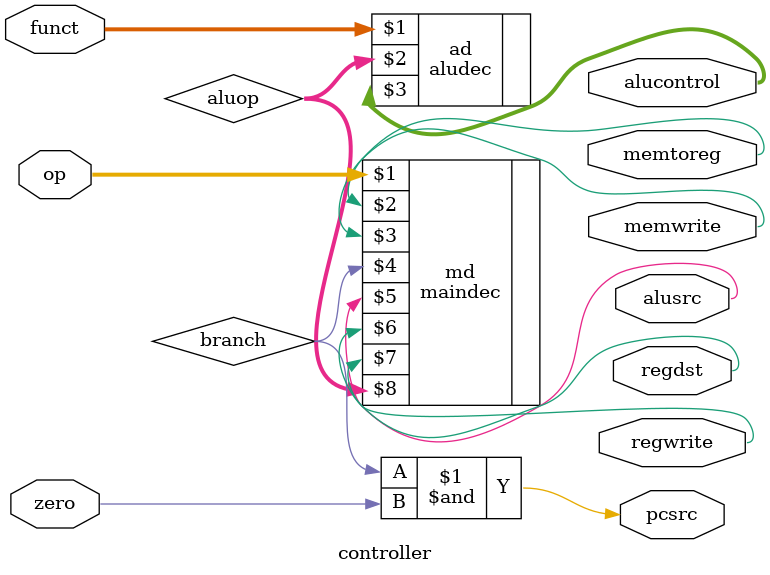
<source format=v>
`timescale 1ns / 1ps
module controller(input [5:0] op, funct,
						input zero,
						output memtoreg, memwrite, pcsrc, alusrc, regdst, regwrite,
						output [2:0] alucontrol);

	wire [1:0] aluop;
	wire branch;

	maindec md (op, memtoreg, memwrite, branch, alusrc, regdst,
					regwrite, aluop);

	aludec ad (funct, aluop, alucontrol);

	assign pcsrc = branch & zero;

endmodule

</source>
